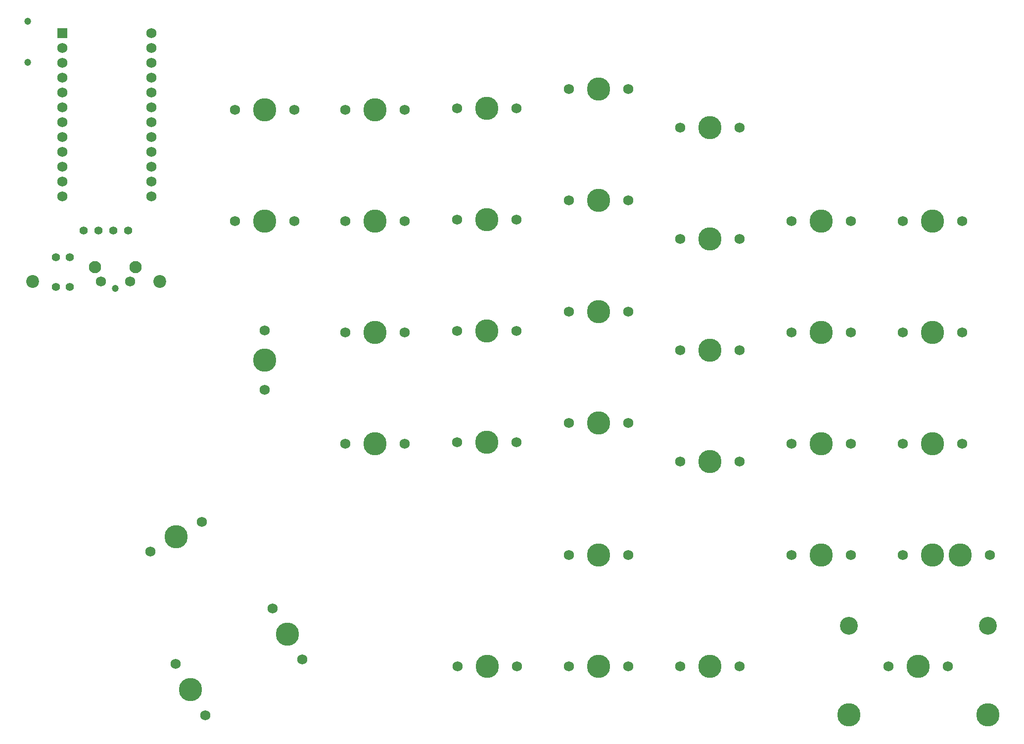
<source format=gts>
G04 #@! TF.GenerationSoftware,KiCad,Pcbnew,5.1.10*
G04 #@! TF.CreationDate,2021-08-07T14:45:30-04:00*
G04 #@! TF.ProjectId,v05_right,7630355f-7269-4676-9874-2e6b69636164,rev?*
G04 #@! TF.SameCoordinates,Original*
G04 #@! TF.FileFunction,Soldermask,Top*
G04 #@! TF.FilePolarity,Negative*
%FSLAX46Y46*%
G04 Gerber Fmt 4.6, Leading zero omitted, Abs format (unit mm)*
G04 Created by KiCad (PCBNEW 5.1.10) date 2021-08-07 14:45:30*
%MOMM*%
%LPD*%
G01*
G04 APERTURE LIST*
%ADD10C,3.987800*%
%ADD11C,1.750000*%
%ADD12C,3.048000*%
%ADD13C,1.200000*%
%ADD14C,2.100000*%
%ADD15C,2.200000*%
%ADD16C,1.397000*%
%ADD17R,1.752600X1.752600*%
%ADD18C,1.752600*%
G04 APERTURE END LIST*
D10*
X-30162500Y-135731250D03*
D11*
X-35242500Y-135731250D03*
X-25082500Y-135731250D03*
D12*
X-42068750Y-128746250D03*
X-18256250Y-128746250D03*
D10*
X-42068750Y-143986250D03*
X-18256250Y-143986250D03*
X-23018750Y-116681250D03*
D11*
X-17938750Y-116681250D03*
X-28098750Y-116681250D03*
D10*
X-154781250Y-139700000D03*
D11*
X-152241250Y-144099409D03*
X-157321250Y-135300591D03*
D10*
X-142081250Y-59531250D03*
D11*
X-147161250Y-59531250D03*
X-137001250Y-59531250D03*
D13*
X-182562500Y-32312500D03*
X-182562500Y-25312500D03*
X-167600000Y-71060000D03*
D14*
X-164100000Y-67360000D03*
D11*
X-165100000Y-69850000D03*
X-170100000Y-69850000D03*
D14*
X-171110000Y-67360000D03*
D15*
X-160000000Y-69850000D03*
X-181750000Y-69850000D03*
D10*
X-104030000Y-78277500D03*
D11*
X-109110000Y-78277500D03*
X-98950000Y-78277500D03*
D10*
X-103975000Y-135731250D03*
D11*
X-109055000Y-135731250D03*
X-98895000Y-135731250D03*
D10*
X-84925000Y-116681250D03*
D11*
X-90005000Y-116681250D03*
X-79845000Y-116681250D03*
D10*
X-65875000Y-135731250D03*
D11*
X-70955000Y-135731250D03*
X-60795000Y-135731250D03*
D10*
X-65843750Y-100658000D03*
D11*
X-70923750Y-100658000D03*
X-60763750Y-100658000D03*
D10*
X-65843750Y-81608000D03*
D11*
X-70923750Y-81608000D03*
X-60763750Y-81608000D03*
D10*
X-65843750Y-43508000D03*
D11*
X-70923750Y-43508000D03*
X-60763750Y-43508000D03*
D10*
X-27781250Y-116681250D03*
D11*
X-32861250Y-116681250D03*
X-22701250Y-116681250D03*
D10*
X-142081250Y-83343750D03*
D11*
X-142081250Y-88423750D03*
X-142081250Y-78263750D03*
D10*
X-123130000Y-59531250D03*
D11*
X-128210000Y-59531250D03*
X-118050000Y-59531250D03*
D10*
X-65843750Y-62558000D03*
D11*
X-70923750Y-62558000D03*
X-60763750Y-62558000D03*
D10*
X-123130000Y-40481250D03*
D11*
X-128210000Y-40481250D03*
X-118050000Y-40481250D03*
D16*
X-177800000Y-70802500D03*
X-177800000Y-65722500D03*
X-175418750Y-65722500D03*
X-175418750Y-70802500D03*
X-165417500Y-61118750D03*
X-167957500Y-61118750D03*
X-170497500Y-61118750D03*
X-173037500Y-61118750D03*
D17*
X-176688750Y-27305000D03*
D18*
X-176688750Y-29845000D03*
X-176688750Y-32385000D03*
X-176688750Y-34925000D03*
X-176688750Y-37465000D03*
X-176688750Y-40005000D03*
X-176688750Y-42545000D03*
X-176688750Y-45085000D03*
X-176688750Y-47625000D03*
X-176688750Y-50165000D03*
X-176688750Y-52705000D03*
X-161448750Y-55245000D03*
X-161448750Y-52705000D03*
X-161448750Y-50165000D03*
X-161448750Y-47625000D03*
X-161448750Y-45085000D03*
X-161448750Y-42545000D03*
X-161448750Y-40005000D03*
X-161448750Y-37465000D03*
X-161448750Y-34925000D03*
X-161448750Y-32385000D03*
X-161448750Y-29845000D03*
X-176688750Y-55245000D03*
X-161448750Y-27305000D03*
D10*
X-138112500Y-130175000D03*
D11*
X-135572500Y-134574409D03*
X-140652500Y-125775591D03*
D10*
X-84861500Y-135743250D03*
D11*
X-89941500Y-135743250D03*
X-79781500Y-135743250D03*
D10*
X-157162500Y-113506250D03*
D11*
X-161561909Y-116046250D03*
X-152763091Y-110966250D03*
D10*
X-123130000Y-97631250D03*
D11*
X-128210000Y-97631250D03*
X-118050000Y-97631250D03*
D10*
X-104030000Y-97327500D03*
D11*
X-109110000Y-97327500D03*
X-98950000Y-97327500D03*
D10*
X-84880000Y-94070750D03*
D11*
X-89960000Y-94070750D03*
X-79800000Y-94070750D03*
D10*
X-46831250Y-116681250D03*
D11*
X-51911250Y-116681250D03*
X-41751250Y-116681250D03*
D10*
X-123130000Y-78581250D03*
D11*
X-128210000Y-78581250D03*
X-118050000Y-78581250D03*
D10*
X-84880000Y-75020750D03*
D11*
X-89960000Y-75020750D03*
X-79800000Y-75020750D03*
D10*
X-46831250Y-97631250D03*
D11*
X-51911250Y-97631250D03*
X-41751250Y-97631250D03*
D10*
X-27781250Y-97631250D03*
D11*
X-32861250Y-97631250D03*
X-22701250Y-97631250D03*
D10*
X-104030000Y-59227500D03*
D11*
X-109110000Y-59227500D03*
X-98950000Y-59227500D03*
D10*
X-84880000Y-55970750D03*
D11*
X-89960000Y-55970750D03*
X-79800000Y-55970750D03*
D10*
X-46831250Y-78581250D03*
D11*
X-51911250Y-78581250D03*
X-41751250Y-78581250D03*
D10*
X-27781250Y-78581250D03*
D11*
X-32861250Y-78581250D03*
X-22701250Y-78581250D03*
D10*
X-142081250Y-40481250D03*
D11*
X-147161250Y-40481250D03*
X-137001250Y-40481250D03*
D10*
X-104030000Y-40177500D03*
D11*
X-109110000Y-40177500D03*
X-98950000Y-40177500D03*
D10*
X-84880000Y-36920750D03*
D11*
X-89960000Y-36920750D03*
X-79800000Y-36920750D03*
D10*
X-46831250Y-59531250D03*
D11*
X-51911250Y-59531250D03*
X-41751250Y-59531250D03*
D10*
X-27781250Y-59531250D03*
D11*
X-32861250Y-59531250D03*
X-22701250Y-59531250D03*
M02*

</source>
